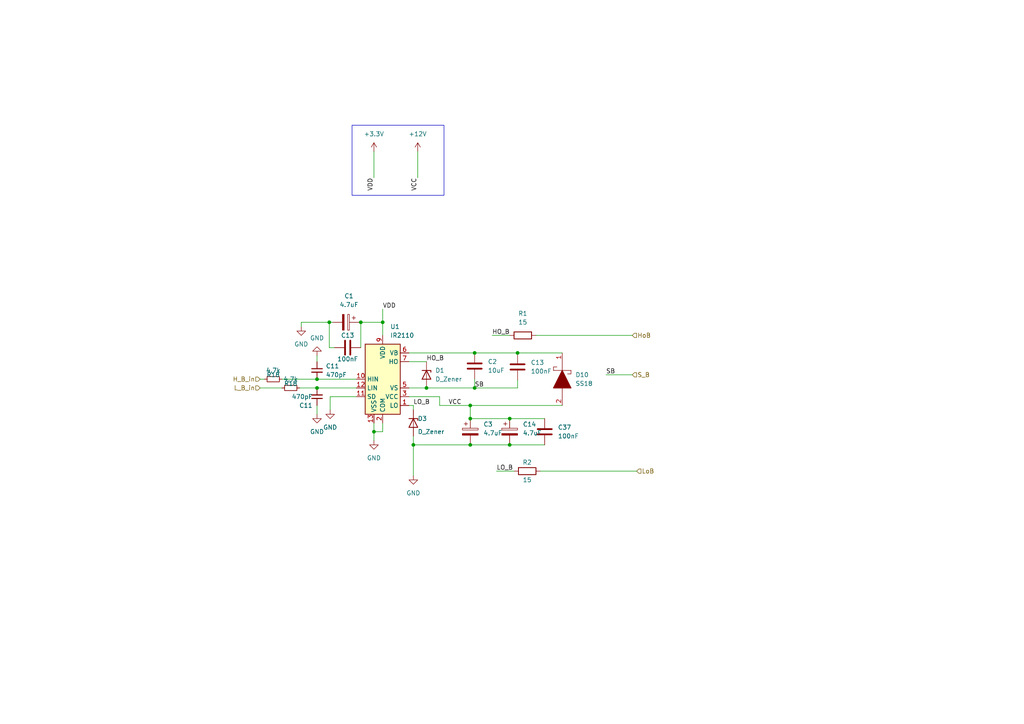
<source format=kicad_sch>
(kicad_sch (version 20230121) (generator eeschema)

  (uuid 4924f0b0-4d3a-448f-9a43-0aba84dfefaf)

  (paper "A4")

  (lib_symbols
    (symbol "Device:C" (pin_numbers hide) (pin_names (offset 0.254)) (in_bom yes) (on_board yes)
      (property "Reference" "C" (at 0.635 2.54 0)
        (effects (font (size 1.27 1.27)) (justify left))
      )
      (property "Value" "C" (at 0.635 -2.54 0)
        (effects (font (size 1.27 1.27)) (justify left))
      )
      (property "Footprint" "" (at 0.9652 -3.81 0)
        (effects (font (size 1.27 1.27)) hide)
      )
      (property "Datasheet" "~" (at 0 0 0)
        (effects (font (size 1.27 1.27)) hide)
      )
      (property "ki_keywords" "cap capacitor" (at 0 0 0)
        (effects (font (size 1.27 1.27)) hide)
      )
      (property "ki_description" "Unpolarized capacitor" (at 0 0 0)
        (effects (font (size 1.27 1.27)) hide)
      )
      (property "ki_fp_filters" "C_*" (at 0 0 0)
        (effects (font (size 1.27 1.27)) hide)
      )
      (symbol "C_0_1"
        (polyline
          (pts
            (xy -2.032 -0.762)
            (xy 2.032 -0.762)
          )
          (stroke (width 0.508) (type default))
          (fill (type none))
        )
        (polyline
          (pts
            (xy -2.032 0.762)
            (xy 2.032 0.762)
          )
          (stroke (width 0.508) (type default))
          (fill (type none))
        )
      )
      (symbol "C_1_1"
        (pin passive line (at 0 3.81 270) (length 2.794)
          (name "~" (effects (font (size 1.27 1.27))))
          (number "1" (effects (font (size 1.27 1.27))))
        )
        (pin passive line (at 0 -3.81 90) (length 2.794)
          (name "~" (effects (font (size 1.27 1.27))))
          (number "2" (effects (font (size 1.27 1.27))))
        )
      )
    )
    (symbol "Device:C_Polarized" (pin_numbers hide) (pin_names (offset 0.254)) (in_bom yes) (on_board yes)
      (property "Reference" "C" (at 0.635 2.54 0)
        (effects (font (size 1.27 1.27)) (justify left))
      )
      (property "Value" "C_Polarized" (at 0.635 -2.54 0)
        (effects (font (size 1.27 1.27)) (justify left))
      )
      (property "Footprint" "" (at 0.9652 -3.81 0)
        (effects (font (size 1.27 1.27)) hide)
      )
      (property "Datasheet" "~" (at 0 0 0)
        (effects (font (size 1.27 1.27)) hide)
      )
      (property "ki_keywords" "cap capacitor" (at 0 0 0)
        (effects (font (size 1.27 1.27)) hide)
      )
      (property "ki_description" "Polarized capacitor" (at 0 0 0)
        (effects (font (size 1.27 1.27)) hide)
      )
      (property "ki_fp_filters" "CP_*" (at 0 0 0)
        (effects (font (size 1.27 1.27)) hide)
      )
      (symbol "C_Polarized_0_1"
        (rectangle (start -2.286 0.508) (end 2.286 1.016)
          (stroke (width 0) (type default))
          (fill (type none))
        )
        (polyline
          (pts
            (xy -1.778 2.286)
            (xy -0.762 2.286)
          )
          (stroke (width 0) (type default))
          (fill (type none))
        )
        (polyline
          (pts
            (xy -1.27 2.794)
            (xy -1.27 1.778)
          )
          (stroke (width 0) (type default))
          (fill (type none))
        )
        (rectangle (start 2.286 -0.508) (end -2.286 -1.016)
          (stroke (width 0) (type default))
          (fill (type outline))
        )
      )
      (symbol "C_Polarized_1_1"
        (pin passive line (at 0 3.81 270) (length 2.794)
          (name "~" (effects (font (size 1.27 1.27))))
          (number "1" (effects (font (size 1.27 1.27))))
        )
        (pin passive line (at 0 -3.81 90) (length 2.794)
          (name "~" (effects (font (size 1.27 1.27))))
          (number "2" (effects (font (size 1.27 1.27))))
        )
      )
    )
    (symbol "Device:C_Small" (pin_numbers hide) (pin_names (offset 0.254) hide) (in_bom yes) (on_board yes)
      (property "Reference" "C" (at 0.254 1.778 0)
        (effects (font (size 1.27 1.27)) (justify left))
      )
      (property "Value" "C_Small" (at 0.254 -2.032 0)
        (effects (font (size 1.27 1.27)) (justify left))
      )
      (property "Footprint" "" (at 0 0 0)
        (effects (font (size 1.27 1.27)) hide)
      )
      (property "Datasheet" "~" (at 0 0 0)
        (effects (font (size 1.27 1.27)) hide)
      )
      (property "ki_keywords" "capacitor cap" (at 0 0 0)
        (effects (font (size 1.27 1.27)) hide)
      )
      (property "ki_description" "Unpolarized capacitor, small symbol" (at 0 0 0)
        (effects (font (size 1.27 1.27)) hide)
      )
      (property "ki_fp_filters" "C_*" (at 0 0 0)
        (effects (font (size 1.27 1.27)) hide)
      )
      (symbol "C_Small_0_1"
        (polyline
          (pts
            (xy -1.524 -0.508)
            (xy 1.524 -0.508)
          )
          (stroke (width 0.3302) (type default))
          (fill (type none))
        )
        (polyline
          (pts
            (xy -1.524 0.508)
            (xy 1.524 0.508)
          )
          (stroke (width 0.3048) (type default))
          (fill (type none))
        )
      )
      (symbol "C_Small_1_1"
        (pin passive line (at 0 2.54 270) (length 2.032)
          (name "~" (effects (font (size 1.27 1.27))))
          (number "1" (effects (font (size 1.27 1.27))))
        )
        (pin passive line (at 0 -2.54 90) (length 2.032)
          (name "~" (effects (font (size 1.27 1.27))))
          (number "2" (effects (font (size 1.27 1.27))))
        )
      )
    )
    (symbol "Device:D_Zener" (pin_numbers hide) (pin_names (offset 1.016) hide) (in_bom yes) (on_board yes)
      (property "Reference" "D" (at 0 2.54 0)
        (effects (font (size 1.27 1.27)))
      )
      (property "Value" "D_Zener" (at 0 -2.54 0)
        (effects (font (size 1.27 1.27)))
      )
      (property "Footprint" "" (at 0 0 0)
        (effects (font (size 1.27 1.27)) hide)
      )
      (property "Datasheet" "~" (at 0 0 0)
        (effects (font (size 1.27 1.27)) hide)
      )
      (property "ki_keywords" "diode" (at 0 0 0)
        (effects (font (size 1.27 1.27)) hide)
      )
      (property "ki_description" "Zener diode" (at 0 0 0)
        (effects (font (size 1.27 1.27)) hide)
      )
      (property "ki_fp_filters" "TO-???* *_Diode_* *SingleDiode* D_*" (at 0 0 0)
        (effects (font (size 1.27 1.27)) hide)
      )
      (symbol "D_Zener_0_1"
        (polyline
          (pts
            (xy 1.27 0)
            (xy -1.27 0)
          )
          (stroke (width 0) (type default))
          (fill (type none))
        )
        (polyline
          (pts
            (xy -1.27 -1.27)
            (xy -1.27 1.27)
            (xy -0.762 1.27)
          )
          (stroke (width 0.254) (type default))
          (fill (type none))
        )
        (polyline
          (pts
            (xy 1.27 -1.27)
            (xy 1.27 1.27)
            (xy -1.27 0)
            (xy 1.27 -1.27)
          )
          (stroke (width 0.254) (type default))
          (fill (type none))
        )
      )
      (symbol "D_Zener_1_1"
        (pin passive line (at -3.81 0 0) (length 2.54)
          (name "K" (effects (font (size 1.27 1.27))))
          (number "1" (effects (font (size 1.27 1.27))))
        )
        (pin passive line (at 3.81 0 180) (length 2.54)
          (name "A" (effects (font (size 1.27 1.27))))
          (number "2" (effects (font (size 1.27 1.27))))
        )
      )
    )
    (symbol "Device:R" (pin_numbers hide) (pin_names (offset 0)) (in_bom yes) (on_board yes)
      (property "Reference" "R" (at 2.032 0 90)
        (effects (font (size 1.27 1.27)))
      )
      (property "Value" "R" (at 0 0 90)
        (effects (font (size 1.27 1.27)))
      )
      (property "Footprint" "" (at -1.778 0 90)
        (effects (font (size 1.27 1.27)) hide)
      )
      (property "Datasheet" "~" (at 0 0 0)
        (effects (font (size 1.27 1.27)) hide)
      )
      (property "ki_keywords" "R res resistor" (at 0 0 0)
        (effects (font (size 1.27 1.27)) hide)
      )
      (property "ki_description" "Resistor" (at 0 0 0)
        (effects (font (size 1.27 1.27)) hide)
      )
      (property "ki_fp_filters" "R_*" (at 0 0 0)
        (effects (font (size 1.27 1.27)) hide)
      )
      (symbol "R_0_1"
        (rectangle (start -1.016 -2.54) (end 1.016 2.54)
          (stroke (width 0.254) (type default))
          (fill (type none))
        )
      )
      (symbol "R_1_1"
        (pin passive line (at 0 3.81 270) (length 1.27)
          (name "~" (effects (font (size 1.27 1.27))))
          (number "1" (effects (font (size 1.27 1.27))))
        )
        (pin passive line (at 0 -3.81 90) (length 1.27)
          (name "~" (effects (font (size 1.27 1.27))))
          (number "2" (effects (font (size 1.27 1.27))))
        )
      )
    )
    (symbol "Device:R_Small" (pin_numbers hide) (pin_names (offset 0.254) hide) (in_bom yes) (on_board yes)
      (property "Reference" "R" (at 0.762 0.508 0)
        (effects (font (size 1.27 1.27)) (justify left))
      )
      (property "Value" "R_Small" (at 0.762 -1.016 0)
        (effects (font (size 1.27 1.27)) (justify left))
      )
      (property "Footprint" "" (at 0 0 0)
        (effects (font (size 1.27 1.27)) hide)
      )
      (property "Datasheet" "~" (at 0 0 0)
        (effects (font (size 1.27 1.27)) hide)
      )
      (property "ki_keywords" "R resistor" (at 0 0 0)
        (effects (font (size 1.27 1.27)) hide)
      )
      (property "ki_description" "Resistor, small symbol" (at 0 0 0)
        (effects (font (size 1.27 1.27)) hide)
      )
      (property "ki_fp_filters" "R_*" (at 0 0 0)
        (effects (font (size 1.27 1.27)) hide)
      )
      (symbol "R_Small_0_1"
        (rectangle (start -0.762 1.778) (end 0.762 -1.778)
          (stroke (width 0.2032) (type default))
          (fill (type none))
        )
      )
      (symbol "R_Small_1_1"
        (pin passive line (at 0 2.54 270) (length 0.762)
          (name "~" (effects (font (size 1.27 1.27))))
          (number "1" (effects (font (size 1.27 1.27))))
        )
        (pin passive line (at 0 -2.54 90) (length 0.762)
          (name "~" (effects (font (size 1.27 1.27))))
          (number "2" (effects (font (size 1.27 1.27))))
        )
      )
    )
    (symbol "Driver_FET:IR2110" (in_bom yes) (on_board yes)
      (property "Reference" "U" (at 1.27 13.335 0)
        (effects (font (size 1.27 1.27)) (justify left))
      )
      (property "Value" "IR2110" (at 1.27 11.43 0)
        (effects (font (size 1.27 1.27)) (justify left))
      )
      (property "Footprint" "Package_DIP:DIP-14_W7.62mm" (at 0 0 0)
        (effects (font (size 1.27 1.27) italic) hide)
      )
      (property "Datasheet" "https://www.infineon.com/dgdl/ir2110.pdf?fileId=5546d462533600a4015355c80333167e" (at 0 0 0)
        (effects (font (size 1.27 1.27)) hide)
      )
      (property "ki_keywords" "Gate Driver" (at 0 0 0)
        (effects (font (size 1.27 1.27)) hide)
      )
      (property "ki_description" "High and Low Side Driver, 500V, 2.0/2.0A, PDIP-14" (at 0 0 0)
        (effects (font (size 1.27 1.27)) hide)
      )
      (property "ki_fp_filters" "DIP*W7.62mm*" (at 0 0 0)
        (effects (font (size 1.27 1.27)) hide)
      )
      (symbol "IR2110_0_1"
        (rectangle (start -5.08 -10.16) (end 5.08 10.16)
          (stroke (width 0.254) (type default))
          (fill (type background))
        )
      )
      (symbol "IR2110_1_1"
        (pin output line (at 7.62 -7.62 180) (length 2.54)
          (name "LO" (effects (font (size 1.27 1.27))))
          (number "1" (effects (font (size 1.27 1.27))))
        )
        (pin input line (at -7.62 0 0) (length 2.54)
          (name "HIN" (effects (font (size 1.27 1.27))))
          (number "10" (effects (font (size 1.27 1.27))))
        )
        (pin input line (at -7.62 -5.08 0) (length 2.54)
          (name "SD" (effects (font (size 1.27 1.27))))
          (number "11" (effects (font (size 1.27 1.27))))
        )
        (pin input line (at -7.62 -2.54 0) (length 2.54)
          (name "LIN" (effects (font (size 1.27 1.27))))
          (number "12" (effects (font (size 1.27 1.27))))
        )
        (pin power_in line (at -2.54 -12.7 90) (length 2.54)
          (name "VSS" (effects (font (size 1.27 1.27))))
          (number "13" (effects (font (size 1.27 1.27))))
        )
        (pin no_connect line (at -5.08 2.54 0) (length 2.54) hide
          (name "NC" (effects (font (size 1.27 1.27))))
          (number "14" (effects (font (size 1.27 1.27))))
        )
        (pin power_in line (at 0 -12.7 90) (length 2.54)
          (name "COM" (effects (font (size 1.27 1.27))))
          (number "2" (effects (font (size 1.27 1.27))))
        )
        (pin power_in line (at 7.62 -5.08 180) (length 2.54)
          (name "VCC" (effects (font (size 1.27 1.27))))
          (number "3" (effects (font (size 1.27 1.27))))
        )
        (pin no_connect line (at -5.08 7.62 0) (length 2.54) hide
          (name "NC" (effects (font (size 1.27 1.27))))
          (number "4" (effects (font (size 1.27 1.27))))
        )
        (pin passive line (at 7.62 -2.54 180) (length 2.54)
          (name "VS" (effects (font (size 1.27 1.27))))
          (number "5" (effects (font (size 1.27 1.27))))
        )
        (pin passive line (at 7.62 7.62 180) (length 2.54)
          (name "VB" (effects (font (size 1.27 1.27))))
          (number "6" (effects (font (size 1.27 1.27))))
        )
        (pin output line (at 7.62 5.08 180) (length 2.54)
          (name "HO" (effects (font (size 1.27 1.27))))
          (number "7" (effects (font (size 1.27 1.27))))
        )
        (pin no_connect line (at -5.08 5.08 0) (length 2.54) hide
          (name "NC" (effects (font (size 1.27 1.27))))
          (number "8" (effects (font (size 1.27 1.27))))
        )
        (pin power_in line (at 0 12.7 270) (length 2.54)
          (name "VDD" (effects (font (size 1.27 1.27))))
          (number "9" (effects (font (size 1.27 1.27))))
        )
      )
    )
    (symbol "SamacSys_Parts:SS18" (pin_names (offset 0.762)) (in_bom yes) (on_board yes)
      (property "Reference" "D" (at 12.7 8.89 0)
        (effects (font (size 1.27 1.27)) (justify left))
      )
      (property "Value" "SS18" (at 12.7 6.35 0)
        (effects (font (size 1.27 1.27)) (justify left))
      )
      (property "Footprint" "DIOM5227X270N" (at 12.7 3.81 0)
        (effects (font (size 1.27 1.27)) (justify left) hide)
      )
      (property "Datasheet" "https://componentsearchengine.com/Datasheets/2/SS18.pdf" (at 12.7 1.27 0)
        (effects (font (size 1.27 1.27)) (justify left) hide)
      )
      (property "Description" "Schottky Diodes & Rectifiers 1a 80V Rectifier Schottky Barrier" (at 12.7 -1.27 0)
        (effects (font (size 1.27 1.27)) (justify left) hide)
      )
      (property "Height" "2.7" (at 12.7 -3.81 0)
        (effects (font (size 1.27 1.27)) (justify left) hide)
      )
      (property "Manufacturer_Name" "onsemi" (at 12.7 -6.35 0)
        (effects (font (size 1.27 1.27)) (justify left) hide)
      )
      (property "Manufacturer_Part_Number" "SS18" (at 12.7 -8.89 0)
        (effects (font (size 1.27 1.27)) (justify left) hide)
      )
      (property "Mouser Part Number" "512-SS18" (at 12.7 -11.43 0)
        (effects (font (size 1.27 1.27)) (justify left) hide)
      )
      (property "Mouser Price/Stock" "https://www.mouser.co.uk/ProductDetail/onsemi-Fairchild/SS18?qs=mVVXn4M53U%252B25aMJheuSLA%3D%3D" (at 12.7 -13.97 0)
        (effects (font (size 1.27 1.27)) (justify left) hide)
      )
      (property "Arrow Part Number" "SS18" (at 12.7 -16.51 0)
        (effects (font (size 1.27 1.27)) (justify left) hide)
      )
      (property "Arrow Price/Stock" "https://www.arrow.com/en/products/ss18/on-semiconductor?region=nac" (at 12.7 -19.05 0)
        (effects (font (size 1.27 1.27)) (justify left) hide)
      )
      (property "ki_description" "Schottky Diodes & Rectifiers 1a 80V Rectifier Schottky Barrier" (at 0 0 0)
        (effects (font (size 1.27 1.27)) hide)
      )
      (symbol "SS18_0_0"
        (pin passive line (at 2.54 0 0) (length 2.54)
          (name "~" (effects (font (size 1.27 1.27))))
          (number "1" (effects (font (size 1.27 1.27))))
        )
        (pin passive line (at 17.78 0 180) (length 2.54)
          (name "~" (effects (font (size 1.27 1.27))))
          (number "2" (effects (font (size 1.27 1.27))))
        )
      )
      (symbol "SS18_0_1"
        (polyline
          (pts
            (xy 5.08 0)
            (xy 7.62 0)
          )
          (stroke (width 0.1524) (type solid))
          (fill (type none))
        )
        (polyline
          (pts
            (xy 7.62 2.54)
            (xy 7.62 -2.54)
          )
          (stroke (width 0.1524) (type solid))
          (fill (type none))
        )
        (polyline
          (pts
            (xy 12.7 0)
            (xy 15.24 0)
          )
          (stroke (width 0.1524) (type solid))
          (fill (type none))
        )
        (polyline
          (pts
            (xy 7.62 -2.54)
            (xy 6.604 -2.54)
            (xy 6.604 -1.524)
          )
          (stroke (width 0.1524) (type solid))
          (fill (type none))
        )
        (polyline
          (pts
            (xy 7.62 2.54)
            (xy 8.636 2.54)
            (xy 8.636 1.524)
          )
          (stroke (width 0.1524) (type solid))
          (fill (type none))
        )
        (polyline
          (pts
            (xy 7.62 0)
            (xy 12.7 2.54)
            (xy 12.7 -2.54)
            (xy 7.62 0)
          )
          (stroke (width 0.254) (type solid))
          (fill (type outline))
        )
      )
    )
    (symbol "power:+12V" (power) (pin_names (offset 0)) (in_bom yes) (on_board yes)
      (property "Reference" "#PWR" (at 0 -3.81 0)
        (effects (font (size 1.27 1.27)) hide)
      )
      (property "Value" "+12V" (at 0 3.556 0)
        (effects (font (size 1.27 1.27)))
      )
      (property "Footprint" "" (at 0 0 0)
        (effects (font (size 1.27 1.27)) hide)
      )
      (property "Datasheet" "" (at 0 0 0)
        (effects (font (size 1.27 1.27)) hide)
      )
      (property "ki_keywords" "global power" (at 0 0 0)
        (effects (font (size 1.27 1.27)) hide)
      )
      (property "ki_description" "Power symbol creates a global label with name \"+12V\"" (at 0 0 0)
        (effects (font (size 1.27 1.27)) hide)
      )
      (symbol "+12V_0_1"
        (polyline
          (pts
            (xy -0.762 1.27)
            (xy 0 2.54)
          )
          (stroke (width 0) (type default))
          (fill (type none))
        )
        (polyline
          (pts
            (xy 0 0)
            (xy 0 2.54)
          )
          (stroke (width 0) (type default))
          (fill (type none))
        )
        (polyline
          (pts
            (xy 0 2.54)
            (xy 0.762 1.27)
          )
          (stroke (width 0) (type default))
          (fill (type none))
        )
      )
      (symbol "+12V_1_1"
        (pin power_in line (at 0 0 90) (length 0) hide
          (name "+12V" (effects (font (size 1.27 1.27))))
          (number "1" (effects (font (size 1.27 1.27))))
        )
      )
    )
    (symbol "power:+3.3V" (power) (pin_names (offset 0)) (in_bom yes) (on_board yes)
      (property "Reference" "#PWR" (at 0 -3.81 0)
        (effects (font (size 1.27 1.27)) hide)
      )
      (property "Value" "+3.3V" (at 0 3.556 0)
        (effects (font (size 1.27 1.27)))
      )
      (property "Footprint" "" (at 0 0 0)
        (effects (font (size 1.27 1.27)) hide)
      )
      (property "Datasheet" "" (at 0 0 0)
        (effects (font (size 1.27 1.27)) hide)
      )
      (property "ki_keywords" "global power" (at 0 0 0)
        (effects (font (size 1.27 1.27)) hide)
      )
      (property "ki_description" "Power symbol creates a global label with name \"+3.3V\"" (at 0 0 0)
        (effects (font (size 1.27 1.27)) hide)
      )
      (symbol "+3.3V_0_1"
        (polyline
          (pts
            (xy -0.762 1.27)
            (xy 0 2.54)
          )
          (stroke (width 0) (type default))
          (fill (type none))
        )
        (polyline
          (pts
            (xy 0 0)
            (xy 0 2.54)
          )
          (stroke (width 0) (type default))
          (fill (type none))
        )
        (polyline
          (pts
            (xy 0 2.54)
            (xy 0.762 1.27)
          )
          (stroke (width 0) (type default))
          (fill (type none))
        )
      )
      (symbol "+3.3V_1_1"
        (pin power_in line (at 0 0 90) (length 0) hide
          (name "+3.3V" (effects (font (size 1.27 1.27))))
          (number "1" (effects (font (size 1.27 1.27))))
        )
      )
    )
    (symbol "power:GND" (power) (pin_names (offset 0)) (in_bom yes) (on_board yes)
      (property "Reference" "#PWR" (at 0 -6.35 0)
        (effects (font (size 1.27 1.27)) hide)
      )
      (property "Value" "GND" (at 0 -3.81 0)
        (effects (font (size 1.27 1.27)))
      )
      (property "Footprint" "" (at 0 0 0)
        (effects (font (size 1.27 1.27)) hide)
      )
      (property "Datasheet" "" (at 0 0 0)
        (effects (font (size 1.27 1.27)) hide)
      )
      (property "ki_keywords" "global power" (at 0 0 0)
        (effects (font (size 1.27 1.27)) hide)
      )
      (property "ki_description" "Power symbol creates a global label with name \"GND\" , ground" (at 0 0 0)
        (effects (font (size 1.27 1.27)) hide)
      )
      (symbol "GND_0_1"
        (polyline
          (pts
            (xy 0 0)
            (xy 0 -1.27)
            (xy 1.27 -1.27)
            (xy 0 -2.54)
            (xy -1.27 -1.27)
            (xy 0 -1.27)
          )
          (stroke (width 0) (type default))
          (fill (type none))
        )
      )
      (symbol "GND_1_1"
        (pin power_in line (at 0 0 270) (length 0) hide
          (name "GND" (effects (font (size 1.27 1.27))))
          (number "1" (effects (font (size 1.27 1.27))))
        )
      )
    )
  )

  (junction (at 136.398 117.602) (diameter 0) (color 0 0 0 0)
    (uuid 2334c7f0-f89d-412f-af63-9ef35386790e)
  )
  (junction (at 91.948 112.522) (diameter 0) (color 0 0 0 0)
    (uuid 50a7dd4a-6ebb-489e-9bef-5086cbab1782)
  )
  (junction (at 123.698 112.522) (diameter 0) (color 0 0 0 0)
    (uuid 58599694-5f05-462a-9440-2381c4850030)
  )
  (junction (at 91.948 109.982) (diameter 0) (color 0 0 0 0)
    (uuid 5dd233be-04ef-4277-8b4a-c4c06da9d1c0)
  )
  (junction (at 150.114 102.362) (diameter 0) (color 0 0 0 0)
    (uuid 5ebf51ab-56e7-432d-add1-1cfc213948f9)
  )
  (junction (at 95.504 93.472) (diameter 0) (color 0 0 0 0)
    (uuid 6fdf2005-cb6f-46c3-8000-9e245a66346a)
  )
  (junction (at 137.668 102.362) (diameter 0) (color 0 0 0 0)
    (uuid 754fbaa9-7bed-41f8-b6e6-e41a36459fe1)
  )
  (junction (at 136.398 129.032) (diameter 0) (color 0 0 0 0)
    (uuid 845c697c-c1b9-456b-a17f-c42eb071cee7)
  )
  (junction (at 147.828 121.412) (diameter 0) (color 0 0 0 0)
    (uuid a183cf7b-f202-4dc3-b45b-d2cdd70fdfc3)
  )
  (junction (at 108.458 125.222) (diameter 0) (color 0 0 0 0)
    (uuid ab56d683-fe2b-4acd-accf-2afc4415dda8)
  )
  (junction (at 110.998 93.472) (diameter 0) (color 0 0 0 0)
    (uuid b5cd72fc-16b4-46e5-9a58-a4bf2bc195dc)
  )
  (junction (at 136.398 121.412) (diameter 0) (color 0 0 0 0)
    (uuid c1bba352-1c09-4f42-b463-6e904dee5120)
  )
  (junction (at 147.828 129.032) (diameter 0) (color 0 0 0 0)
    (uuid c22b00e7-1385-46e8-bca2-2ec68c6d2eab)
  )
  (junction (at 119.888 129.032) (diameter 0) (color 0 0 0 0)
    (uuid ccf5b36e-fb14-47d6-9b0b-9fa8bf91babf)
  )
  (junction (at 104.648 93.472) (diameter 0) (color 0 0 0 0)
    (uuid efe5a13b-6678-4c21-9475-cc5aa9b34232)
  )
  (junction (at 137.668 112.522) (diameter 0) (color 0 0 0 0)
    (uuid f2476daf-4626-47a0-9f2b-e906e147cc5b)
  )

  (wire (pts (xy 118.618 112.522) (xy 123.698 112.522))
    (stroke (width 0) (type default))
    (uuid 17d2b600-d972-4955-82cf-0a8599fa4137)
  )
  (wire (pts (xy 119.888 126.492) (xy 119.888 129.032))
    (stroke (width 0) (type default))
    (uuid 1855d458-b602-44a0-9ee6-f2f94ae6b485)
  )
  (wire (pts (xy 137.668 102.362) (xy 150.114 102.362))
    (stroke (width 0) (type default))
    (uuid 19baf015-6d47-45d1-8c1d-d205eac01cdf)
  )
  (wire (pts (xy 119.888 129.032) (xy 136.398 129.032))
    (stroke (width 0) (type default))
    (uuid 1f339cad-f080-4299-a34f-094a573cb91a)
  )
  (wire (pts (xy 75.438 109.982) (xy 76.708 109.982))
    (stroke (width 0) (type default))
    (uuid 245bf6e5-259c-4f49-a71b-9882b655848e)
  )
  (wire (pts (xy 110.998 122.682) (xy 110.998 125.222))
    (stroke (width 0) (type default))
    (uuid 282ef20d-53ac-4b91-8ebb-d792cc10c4e1)
  )
  (wire (pts (xy 104.648 100.838) (xy 104.648 93.472))
    (stroke (width 0) (type default))
    (uuid 286aa1d7-bd12-4fdc-a8f1-038d19eb3de8)
  )
  (wire (pts (xy 155.448 97.282) (xy 183.388 97.282))
    (stroke (width 0) (type default))
    (uuid 328ca054-22b1-4c1d-a2a8-c01deefddac3)
  )
  (wire (pts (xy 110.998 89.662) (xy 110.998 93.472))
    (stroke (width 0) (type default))
    (uuid 34352458-7492-4a09-93c5-d3c2ec1a802e)
  )
  (wire (pts (xy 144.018 136.652) (xy 149.098 136.652))
    (stroke (width 0) (type default))
    (uuid 369ffb8a-ec28-4a83-839b-7953b2ff2a68)
  )
  (wire (pts (xy 95.504 93.472) (xy 87.376 93.472))
    (stroke (width 0) (type default))
    (uuid 371c73ae-66ed-4549-ae91-213a1ea060ac)
  )
  (wire (pts (xy 118.618 102.362) (xy 137.668 102.362))
    (stroke (width 0) (type default))
    (uuid 3b1d7803-2b8f-4a0d-a8a2-ddc261e33d90)
  )
  (wire (pts (xy 119.888 129.032) (xy 119.888 137.922))
    (stroke (width 0) (type default))
    (uuid 3f3c752c-4193-47e9-b0e3-f7eb095f7817)
  )
  (wire (pts (xy 75.438 112.522) (xy 81.788 112.522))
    (stroke (width 0) (type default))
    (uuid 425e5f0c-8d8c-498a-bc0b-13557d92f1f2)
  )
  (wire (pts (xy 95.504 100.838) (xy 95.504 93.472))
    (stroke (width 0) (type default))
    (uuid 45088e3f-fc74-425d-81d9-7a3d904d7789)
  )
  (wire (pts (xy 119.888 118.872) (xy 119.888 117.602))
    (stroke (width 0) (type default))
    (uuid 455f5057-642e-4278-9107-c8596b07ba60)
  )
  (wire (pts (xy 118.618 115.062) (xy 127.508 115.062))
    (stroke (width 0) (type default))
    (uuid 47ceacf1-655e-48c4-85d7-aeb95b05e3d8)
  )
  (wire (pts (xy 108.458 43.942) (xy 108.458 51.562))
    (stroke (width 0) (type default))
    (uuid 4f01121b-2afd-43c7-aebd-17f35ae65460)
  )
  (wire (pts (xy 95.758 115.062) (xy 103.378 115.062))
    (stroke (width 0) (type default))
    (uuid 5d2cf145-6cbf-4c57-b80e-63794a15fbd9)
  )
  (wire (pts (xy 97.028 100.838) (xy 95.504 100.838))
    (stroke (width 0) (type default))
    (uuid 61a2191b-cb54-43e9-870a-f8bfd8b91e4c)
  )
  (wire (pts (xy 136.398 117.602) (xy 136.398 121.412))
    (stroke (width 0) (type default))
    (uuid 66a9ca59-dac2-4396-8608-b99a3fc388af)
  )
  (wire (pts (xy 81.788 109.982) (xy 91.948 109.982))
    (stroke (width 0) (type default))
    (uuid 70d8e725-2f4c-479c-8258-8dca6507d846)
  )
  (wire (pts (xy 121.158 43.942) (xy 121.158 51.562))
    (stroke (width 0) (type default))
    (uuid 7423caf6-2995-4383-8966-c63b7aebb72d)
  )
  (wire (pts (xy 96.52 93.472) (xy 95.504 93.472))
    (stroke (width 0) (type default))
    (uuid 74710abc-7e83-4cf7-be23-576f005557bd)
  )
  (wire (pts (xy 142.748 97.282) (xy 147.828 97.282))
    (stroke (width 0) (type default))
    (uuid 74d44a89-286d-4531-8ffc-2c5f95d822bb)
  )
  (wire (pts (xy 118.618 104.902) (xy 123.698 104.902))
    (stroke (width 0) (type default))
    (uuid 75089519-0181-49e4-909f-1f5d7bc5562c)
  )
  (wire (pts (xy 123.698 112.522) (xy 137.668 112.522))
    (stroke (width 0) (type default))
    (uuid 7a03f990-efe8-488f-aae3-606267f994eb)
  )
  (wire (pts (xy 91.948 109.982) (xy 103.378 109.982))
    (stroke (width 0) (type default))
    (uuid 7f20ff81-8081-49d7-bcf8-54ee89a1ca22)
  )
  (wire (pts (xy 136.398 129.032) (xy 147.828 129.032))
    (stroke (width 0) (type default))
    (uuid 825e3ccb-7fb2-4c45-8b1e-2e711163be4a)
  )
  (wire (pts (xy 150.114 102.616) (xy 150.114 102.362))
    (stroke (width 0) (type default))
    (uuid 8446ab98-db1e-46d7-b597-508fc3e90be9)
  )
  (wire (pts (xy 91.948 112.522) (xy 103.378 112.522))
    (stroke (width 0) (type default))
    (uuid 859b2049-accd-485c-970f-0a8ced637c11)
  )
  (wire (pts (xy 175.768 108.712) (xy 183.388 108.712))
    (stroke (width 0) (type default))
    (uuid 887ab899-af32-4467-a0a7-53aafaa31d06)
  )
  (wire (pts (xy 91.948 120.142) (xy 91.948 117.602))
    (stroke (width 0) (type default))
    (uuid 8d0c7acd-63df-42ef-bf86-949a0859f420)
  )
  (wire (pts (xy 156.718 136.652) (xy 184.658 136.652))
    (stroke (width 0) (type default))
    (uuid 94fcc1f1-91d1-4085-8faa-410a1cb07509)
  )
  (wire (pts (xy 110.998 93.472) (xy 110.998 97.282))
    (stroke (width 0) (type default))
    (uuid 963ec2d4-7dae-4d1c-940e-efbe6f3e1c56)
  )
  (wire (pts (xy 87.376 93.472) (xy 87.376 94.742))
    (stroke (width 0) (type default))
    (uuid 9898abe1-0f37-41a9-92ec-4867d557724f)
  )
  (wire (pts (xy 91.948 103.124) (xy 91.948 104.902))
    (stroke (width 0) (type default))
    (uuid 9b4a639f-4480-4bba-aa8a-8f411ebe5e55)
  )
  (wire (pts (xy 127.508 117.602) (xy 127.508 115.062))
    (stroke (width 0) (type default))
    (uuid a4b6482f-f67c-4e7f-aaa0-0726f18bdc7e)
  )
  (wire (pts (xy 108.458 122.682) (xy 108.458 125.222))
    (stroke (width 0) (type default))
    (uuid b3095e64-b4fd-4449-a818-7aa00a0ac929)
  )
  (wire (pts (xy 110.998 125.222) (xy 108.458 125.222))
    (stroke (width 0) (type default))
    (uuid c0e5097b-fd41-43a5-ba2a-23eb594a13fe)
  )
  (wire (pts (xy 108.458 125.222) (xy 108.458 127.762))
    (stroke (width 0) (type default))
    (uuid c4522f7a-03e3-4435-bbb8-52fb31f9470a)
  )
  (wire (pts (xy 136.398 117.602) (xy 163.068 117.602))
    (stroke (width 0) (type default))
    (uuid c607b523-0cf9-43e4-b31c-1d9d3b501e2a)
  )
  (wire (pts (xy 150.114 102.362) (xy 163.068 102.362))
    (stroke (width 0) (type default))
    (uuid ce6f671a-85e4-4cd0-8798-5f692c29b89d)
  )
  (wire (pts (xy 127.508 117.602) (xy 136.398 117.602))
    (stroke (width 0) (type default))
    (uuid d48e05ee-15b3-4836-907e-0d0594901983)
  )
  (wire (pts (xy 136.398 121.412) (xy 147.828 121.412))
    (stroke (width 0) (type default))
    (uuid d573f085-5a95-4f3a-94a4-7208046277a6)
  )
  (wire (pts (xy 150.114 110.236) (xy 150.114 112.522))
    (stroke (width 0) (type default))
    (uuid d75eaf33-b54d-4321-84b8-8113cc0e67ad)
  )
  (wire (pts (xy 95.758 115.062) (xy 95.758 118.872))
    (stroke (width 0) (type default))
    (uuid db21a27b-c657-44cb-94cd-c229e444da2f)
  )
  (wire (pts (xy 119.888 117.602) (xy 118.618 117.602))
    (stroke (width 0) (type default))
    (uuid eb7d51fb-42c2-4f4d-ab37-5c9d70d08d2b)
  )
  (wire (pts (xy 137.668 109.982) (xy 137.668 112.522))
    (stroke (width 0) (type default))
    (uuid ed022f21-4088-4952-912c-02e0ec893b1a)
  )
  (wire (pts (xy 137.668 112.522) (xy 150.114 112.522))
    (stroke (width 0) (type default))
    (uuid ed4e9511-8826-45e4-b8e4-4b7af7821ac3)
  )
  (wire (pts (xy 86.868 112.522) (xy 91.948 112.522))
    (stroke (width 0) (type default))
    (uuid f0d62c64-ddf1-4d01-88fd-98a5370ff6ce)
  )
  (wire (pts (xy 104.648 93.472) (xy 110.998 93.472))
    (stroke (width 0) (type default))
    (uuid f106a7c6-f24a-4d00-9f5f-3f29cdcba986)
  )
  (wire (pts (xy 147.828 129.032) (xy 157.988 129.032))
    (stroke (width 0) (type default))
    (uuid f3848d62-83c3-472c-b029-754733e08fb1)
  )
  (wire (pts (xy 147.828 121.412) (xy 157.988 121.412))
    (stroke (width 0) (type default))
    (uuid fb238a7a-6197-4cf7-b2a2-be480b550752)
  )
  (wire (pts (xy 104.14 93.472) (xy 104.648 93.472))
    (stroke (width 0) (type default))
    (uuid feaeae2c-fabb-44fb-81d5-608a3ab07e89)
  )

  (rectangle (start 102.108 36.322) (end 128.778 56.642)
    (stroke (width 0) (type default))
    (fill (type none))
    (uuid 4a7fbf05-ae23-40bd-bfa5-0a1e984a6ffa)
  )

  (label "SB" (at 137.668 112.522 0) (fields_autoplaced)
    (effects (font (size 1.27 1.27)) (justify left bottom))
    (uuid 19f1823d-8ab2-487a-86f1-830425f30e2f)
  )
  (label "LO_B" (at 119.888 117.602 0) (fields_autoplaced)
    (effects (font (size 1.27 1.27)) (justify left bottom))
    (uuid 2d93722f-f567-4d77-8950-a8f18b11e81d)
  )
  (label "HO_B" (at 123.698 104.902 0) (fields_autoplaced)
    (effects (font (size 1.27 1.27)) (justify left bottom))
    (uuid 2fc255c5-4c0d-465b-b04d-e1b280853327)
  )
  (label "SB" (at 175.768 108.712 0) (fields_autoplaced)
    (effects (font (size 1.27 1.27)) (justify left bottom))
    (uuid 2ff7a442-7fa8-44e5-82f4-e28a8ca7b145)
  )
  (label "VDD" (at 110.998 89.662 0) (fields_autoplaced)
    (effects (font (size 1.27 1.27)) (justify left bottom))
    (uuid 4fe32cda-5ff4-43c2-8006-ef08c29825a1)
  )
  (label "VCC" (at 130.048 117.602 0) (fields_autoplaced)
    (effects (font (size 1.27 1.27)) (justify left bottom))
    (uuid 59d1ae7f-77c0-4608-b122-d437c81fdccb)
  )
  (label "VCC" (at 121.158 51.562 270) (fields_autoplaced)
    (effects (font (size 1.27 1.27)) (justify right bottom))
    (uuid 8da31045-8ea8-4f0d-b4a0-86b6eb19f658)
  )
  (label "LO_B" (at 144.018 136.652 0) (fields_autoplaced)
    (effects (font (size 1.27 1.27)) (justify left bottom))
    (uuid a7ca1b43-f19e-4b2e-91d1-e2827cf41f93)
  )
  (label "HO_B" (at 142.748 97.282 0) (fields_autoplaced)
    (effects (font (size 1.27 1.27)) (justify left bottom))
    (uuid c3dba59b-bf6c-480e-bdc4-48b64741a6b8)
  )
  (label "VDD" (at 108.458 51.562 270) (fields_autoplaced)
    (effects (font (size 1.27 1.27)) (justify right bottom))
    (uuid f7b869f7-1ef0-44f2-8f74-aeb77696c6b9)
  )

  (hierarchical_label "S_B" (shape input) (at 183.388 108.712 0) (fields_autoplaced)
    (effects (font (size 1.27 1.27)) (justify left))
    (uuid 02d36066-f4c3-4345-8052-c996bf41e770)
  )
  (hierarchical_label "HoB" (shape input) (at 183.388 97.282 0) (fields_autoplaced)
    (effects (font (size 1.27 1.27)) (justify left))
    (uuid 0c71c378-3db2-4e7b-ac20-3de9cd530db6)
  )
  (hierarchical_label "H_B_in" (shape input) (at 75.438 109.982 180) (fields_autoplaced)
    (effects (font (size 1.27 1.27)) (justify right))
    (uuid 9b591a72-515b-436d-8b6c-fe1f5cf66bac)
  )
  (hierarchical_label "LoB" (shape input) (at 184.658 136.652 0) (fields_autoplaced)
    (effects (font (size 1.27 1.27)) (justify left))
    (uuid ca2f7f1c-0d6c-4ace-98d7-69fb1057b4e0)
  )
  (hierarchical_label "L_B_in" (shape input) (at 75.438 112.522 180) (fields_autoplaced)
    (effects (font (size 1.27 1.27)) (justify right))
    (uuid f0430d43-4e53-4041-ab12-83e305d1313a)
  )

  (symbol (lib_id "Device:C_Small") (at 91.948 115.062 180) (unit 1)
    (in_bom yes) (on_board yes) (dnp no)
    (uuid 03813f67-2a67-4dbb-af47-6934fdb53983)
    (property "Reference" "C11" (at 90.678 117.602 0)
      (effects (font (size 1.27 1.27)) (justify left))
    )
    (property "Value" "470pF" (at 90.678 115.062 0)
      (effects (font (size 1.27 1.27)) (justify left))
    )
    (property "Footprint" "Capacitor_SMD:C_0805_2012Metric_Pad1.18x1.45mm_HandSolder" (at 91.948 115.062 0)
      (effects (font (size 1.27 1.27)) hide)
    )
    (property "Datasheet" "~" (at 91.948 115.062 0)
      (effects (font (size 1.27 1.27)) hide)
    )
    (pin "1" (uuid 8a0007fb-0591-40f4-ad56-9f366c7197b7))
    (pin "2" (uuid 661e0580-c7c2-4f9d-9a61-3bdec4f1a7cd))
    (instances
      (project "ir2110_2"
        (path "/0d6bc77c-6981-4a1d-87bc-da574a090790"
          (reference "C11") (unit 1)
        )
      )
      (project "ir2110_schematic"
        (path "/12eff5cc-cd10-4544-bdce-879319851b2e/50a43548-e408-42b5-a886-4b04cceabc0e"
          (reference "C11") (unit 1)
        )
        (path "/12eff5cc-cd10-4544-bdce-879319851b2e/b453a6ee-8187-4733-906f-09e67d4ae9d9"
          (reference "C10") (unit 1)
        )
      )
      (project "controller_full6"
        (path "/3c3ae94a-eb39-4fa8-93aa-1a47bef57ada/dc6c0f69-f9bb-4460-af65-ef6c48d5970f"
          (reference "C14") (unit 1)
        )
      )
    )
  )

  (symbol (lib_id "Device:C_Polarized") (at 136.398 125.222 0) (unit 1)
    (in_bom yes) (on_board yes) (dnp no) (fields_autoplaced)
    (uuid 06547d7b-47b0-45ee-b720-21e562c4a44a)
    (property "Reference" "C3" (at 140.208 123.063 0)
      (effects (font (size 1.27 1.27)) (justify left))
    )
    (property "Value" "4.7uF" (at 140.208 125.603 0)
      (effects (font (size 1.27 1.27)) (justify left))
    )
    (property "Footprint" "Capacitor_THT:CP_Radial_D5.0mm_P2.50mm" (at 137.3632 129.032 0)
      (effects (font (size 1.27 1.27)) hide)
    )
    (property "Datasheet" "~" (at 136.398 125.222 0)
      (effects (font (size 1.27 1.27)) hide)
    )
    (pin "1" (uuid 7804eec9-2b7a-471e-b149-a6e2acff05bf))
    (pin "2" (uuid f9011d27-15f0-4d2a-a4d3-dcecc6215729))
    (instances
      (project "ir2110_2"
        (path "/0d6bc77c-6981-4a1d-87bc-da574a090790"
          (reference "C3") (unit 1)
        )
      )
      (project "ir2110_schematic"
        (path "/12eff5cc-cd10-4544-bdce-879319851b2e/50a43548-e408-42b5-a886-4b04cceabc0e"
          (reference "C3") (unit 1)
        )
        (path "/12eff5cc-cd10-4544-bdce-879319851b2e/b453a6ee-8187-4733-906f-09e67d4ae9d9"
          (reference "C12") (unit 1)
        )
      )
      (project "controller_full6"
        (path "/3c3ae94a-eb39-4fa8-93aa-1a47bef57ada/dc6c0f69-f9bb-4460-af65-ef6c48d5970f"
          (reference "C16") (unit 1)
        )
      )
    )
  )

  (symbol (lib_id "Device:C") (at 100.838 100.838 90) (unit 1)
    (in_bom yes) (on_board yes) (dnp no)
    (uuid 06df2bf7-cf7e-442f-bcfb-b4f195e11416)
    (property "Reference" "C13" (at 100.838 97.282 90)
      (effects (font (size 1.27 1.27)))
    )
    (property "Value" "100nF" (at 100.838 104.14 90)
      (effects (font (size 1.27 1.27)))
    )
    (property "Footprint" "Capacitor_SMD:C_0805_2012Metric_Pad1.18x1.45mm_HandSolder" (at 104.648 99.8728 0)
      (effects (font (size 1.27 1.27)) hide)
    )
    (property "Datasheet" "~" (at 100.838 100.838 0)
      (effects (font (size 1.27 1.27)) hide)
    )
    (pin "1" (uuid c9ae9714-4242-4e6e-a9da-bbe3a5f683e7))
    (pin "2" (uuid 16af8b96-c942-42b6-833d-6880a374521f))
    (instances
      (project "ir2110_2"
        (path "/0d6bc77c-6981-4a1d-87bc-da574a090790"
          (reference "C13") (unit 1)
        )
      )
      (project "ir2110_schematic"
        (path "/12eff5cc-cd10-4544-bdce-879319851b2e/50a43548-e408-42b5-a886-4b04cceabc0e"
          (reference "C13") (unit 1)
        )
        (path "/12eff5cc-cd10-4544-bdce-879319851b2e/b453a6ee-8187-4733-906f-09e67d4ae9d9"
          (reference "C15") (unit 1)
        )
      )
      (project "controller_full6"
        (path "/3c3ae94a-eb39-4fa8-93aa-1a47bef57ada/dc6c0f69-f9bb-4460-af65-ef6c48d5970f"
          (reference "C19") (unit 1)
        )
      )
    )
  )

  (symbol (lib_id "power:GND") (at 91.948 120.142 0) (unit 1)
    (in_bom yes) (on_board yes) (dnp no) (fields_autoplaced)
    (uuid 2792d0fb-cce4-4339-be89-6d22d566e4ba)
    (property "Reference" "#PWR01" (at 91.948 126.492 0)
      (effects (font (size 1.27 1.27)) hide)
    )
    (property "Value" "GND" (at 91.948 125.222 0)
      (effects (font (size 1.27 1.27)))
    )
    (property "Footprint" "" (at 91.948 120.142 0)
      (effects (font (size 1.27 1.27)) hide)
    )
    (property "Datasheet" "" (at 91.948 120.142 0)
      (effects (font (size 1.27 1.27)) hide)
    )
    (pin "1" (uuid de14afd7-f94c-47e1-af68-288abd0d1970))
    (instances
      (project "ir2110_2"
        (path "/0d6bc77c-6981-4a1d-87bc-da574a090790"
          (reference "#PWR01") (unit 1)
        )
      )
      (project "ir2110_schematic"
        (path "/12eff5cc-cd10-4544-bdce-879319851b2e/50a43548-e408-42b5-a886-4b04cceabc0e"
          (reference "#PWR01") (unit 1)
        )
        (path "/12eff5cc-cd10-4544-bdce-879319851b2e/b453a6ee-8187-4733-906f-09e67d4ae9d9"
          (reference "#PWR010") (unit 1)
        )
      )
      (project "controller_full6"
        (path "/3c3ae94a-eb39-4fa8-93aa-1a47bef57ada/dc6c0f69-f9bb-4460-af65-ef6c48d5970f"
          (reference "#PWR018") (unit 1)
        )
      )
    )
  )

  (symbol (lib_id "Device:R") (at 152.908 136.652 90) (unit 1)
    (in_bom yes) (on_board yes) (dnp no)
    (uuid 30d1d263-f207-4192-b82f-02a6b5dff024)
    (property "Reference" "R2" (at 152.908 134.112 90)
      (effects (font (size 1.27 1.27)))
    )
    (property "Value" "15" (at 152.908 139.192 90)
      (effects (font (size 1.27 1.27)))
    )
    (property "Footprint" "Resistor_SMD:R_0603_1608Metric_Pad0.98x0.95mm_HandSolder" (at 152.908 138.43 90)
      (effects (font (size 1.27 1.27)) hide)
    )
    (property "Datasheet" "~" (at 152.908 136.652 0)
      (effects (font (size 1.27 1.27)) hide)
    )
    (pin "1" (uuid 28951820-fdcf-4e6e-b983-c5dc4c33c24f))
    (pin "2" (uuid 5f13d027-d868-49cd-ac0b-f8f894b02134))
    (instances
      (project "ir2110_2"
        (path "/0d6bc77c-6981-4a1d-87bc-da574a090790"
          (reference "R2") (unit 1)
        )
      )
      (project "ir2110_schematic"
        (path "/12eff5cc-cd10-4544-bdce-879319851b2e/50a43548-e408-42b5-a886-4b04cceabc0e"
          (reference "R2") (unit 1)
        )
        (path "/12eff5cc-cd10-4544-bdce-879319851b2e/b453a6ee-8187-4733-906f-09e67d4ae9d9"
          (reference "R8") (unit 1)
        )
      )
      (project "controller_full6"
        (path "/3c3ae94a-eb39-4fa8-93aa-1a47bef57ada/dc6c0f69-f9bb-4460-af65-ef6c48d5970f"
          (reference "R15") (unit 1)
        )
      )
    )
  )

  (symbol (lib_id "Device:R_Small") (at 79.248 109.982 270) (unit 1)
    (in_bom yes) (on_board yes) (dnp no)
    (uuid 3f759440-b180-46c3-bb1b-4e50a4389b8b)
    (property "Reference" "R18" (at 79.248 108.712 90)
      (effects (font (size 1.27 1.27)))
    )
    (property "Value" "4.7k" (at 79.248 107.442 90)
      (effects (font (size 1.27 1.27)))
    )
    (property "Footprint" "Resistor_SMD:R_0603_1608Metric_Pad0.98x0.95mm_HandSolder" (at 79.248 109.982 0)
      (effects (font (size 1.27 1.27)) hide)
    )
    (property "Datasheet" "~" (at 79.248 109.982 0)
      (effects (font (size 1.27 1.27)) hide)
    )
    (pin "1" (uuid 7977f686-4891-4ec1-bbf8-b25d524bb304))
    (pin "2" (uuid f9f915f1-9fd7-4b90-9fab-e4ab8caaca98))
    (instances
      (project "ir2110_2"
        (path "/0d6bc77c-6981-4a1d-87bc-da574a090790"
          (reference "R18") (unit 1)
        )
      )
      (project "ir2110_schematic"
        (path "/12eff5cc-cd10-4544-bdce-879319851b2e/50a43548-e408-42b5-a886-4b04cceabc0e"
          (reference "R18") (unit 1)
        )
        (path "/12eff5cc-cd10-4544-bdce-879319851b2e/b453a6ee-8187-4733-906f-09e67d4ae9d9"
          (reference "R5") (unit 1)
        )
      )
      (project "controller_full6"
        (path "/3c3ae94a-eb39-4fa8-93aa-1a47bef57ada/dc6c0f69-f9bb-4460-af65-ef6c48d5970f"
          (reference "R12") (unit 1)
        )
      )
    )
  )

  (symbol (lib_id "Driver_FET:IR2110") (at 110.998 109.982 0) (unit 1)
    (in_bom yes) (on_board yes) (dnp no) (fields_autoplaced)
    (uuid 4abf1ade-ffc7-4590-894f-e2b1765b862b)
    (property "Reference" "U1" (at 113.1921 94.742 0)
      (effects (font (size 1.27 1.27)) (justify left))
    )
    (property "Value" "IR2110" (at 113.1921 97.282 0)
      (effects (font (size 1.27 1.27)) (justify left))
    )
    (property "Footprint" "Package_DIP:DIP-14_W7.62mm" (at 110.998 109.982 0)
      (effects (font (size 1.27 1.27) italic) hide)
    )
    (property "Datasheet" "https://www.infineon.com/dgdl/ir2110.pdf?fileId=5546d462533600a4015355c80333167e" (at 110.998 109.982 0)
      (effects (font (size 1.27 1.27)) hide)
    )
    (pin "1" (uuid 1f36cc2d-24a4-40d4-a331-6125b933f05c))
    (pin "10" (uuid dd55243b-93ca-43ca-a10a-4580b7ae2d7f))
    (pin "11" (uuid 81cdc59e-721a-4b51-9268-2e6d0770a91a))
    (pin "12" (uuid 3e6c33a7-7be0-48d1-b6ef-5d520117aa8b))
    (pin "13" (uuid e31fb7b5-d971-4927-b774-775821616166))
    (pin "14" (uuid 77612d8c-96ac-429f-b390-930b997e9d0c))
    (pin "2" (uuid dfa9a195-0037-4198-8747-27a7ba73e992))
    (pin "3" (uuid 5b644859-94eb-4d07-b8de-16f4cb9c1ebe))
    (pin "4" (uuid 653b0b1c-1f2b-4393-881d-73a63f52be0a))
    (pin "5" (uuid b6e49587-3b62-4186-9ab2-845c80ef4c11))
    (pin "6" (uuid b7d7530a-fae6-4d66-9208-7d1c8c2fc0b5))
    (pin "7" (uuid a18b4fde-b65a-45f9-95dd-42dd76cc573e))
    (pin "8" (uuid c6162356-29f6-4232-8032-51280c7a7cc7))
    (pin "9" (uuid 72c6b47e-6a47-4fc7-a118-4bfb0ec854ba))
    (instances
      (project "ir2110_2"
        (path "/0d6bc77c-6981-4a1d-87bc-da574a090790"
          (reference "U1") (unit 1)
        )
      )
      (project "ir2110_schematic"
        (path "/12eff5cc-cd10-4544-bdce-879319851b2e/50a43548-e408-42b5-a886-4b04cceabc0e"
          (reference "U1") (unit 1)
        )
        (path "/12eff5cc-cd10-4544-bdce-879319851b2e/b453a6ee-8187-4733-906f-09e67d4ae9d9"
          (reference "U2") (unit 1)
        )
      )
      (project "controller_full6"
        (path "/3c3ae94a-eb39-4fa8-93aa-1a47bef57ada/dc6c0f69-f9bb-4460-af65-ef6c48d5970f"
          (reference "U2") (unit 1)
        )
      )
    )
  )

  (symbol (lib_id "Device:D_Zener") (at 123.698 108.712 270) (unit 1)
    (in_bom yes) (on_board yes) (dnp no) (fields_autoplaced)
    (uuid 4ed4987e-c8b9-4703-bcfa-1bce7a5aec3a)
    (property "Reference" "D1" (at 126.238 107.442 90)
      (effects (font (size 1.27 1.27)) (justify left))
    )
    (property "Value" "D_Zener" (at 126.238 109.982 90)
      (effects (font (size 1.27 1.27)) (justify left))
    )
    (property "Footprint" "1N4148_zener_diode:1N4148_zener_diode" (at 123.698 108.712 0)
      (effects (font (size 1.27 1.27)) hide)
    )
    (property "Datasheet" "~" (at 123.698 108.712 0)
      (effects (font (size 1.27 1.27)) hide)
    )
    (pin "1" (uuid 0cf3e208-901e-413c-bf37-8c433a8e9a89))
    (pin "2" (uuid 3972b72c-218c-4a7b-b6ab-bce3189f6fd4))
    (instances
      (project "ir2110_2"
        (path "/0d6bc77c-6981-4a1d-87bc-da574a090790"
          (reference "D1") (unit 1)
        )
      )
      (project "ir2110_schematic"
        (path "/12eff5cc-cd10-4544-bdce-879319851b2e/50a43548-e408-42b5-a886-4b04cceabc0e"
          (reference "D1") (unit 1)
        )
        (path "/12eff5cc-cd10-4544-bdce-879319851b2e/b453a6ee-8187-4733-906f-09e67d4ae9d9"
          (reference "D5") (unit 1)
        )
      )
      (project "controller_full6"
        (path "/3c3ae94a-eb39-4fa8-93aa-1a47bef57ada/dc6c0f69-f9bb-4460-af65-ef6c48d5970f"
          (reference "D5") (unit 1)
        )
      )
    )
  )

  (symbol (lib_id "power:GND") (at 95.758 118.872 0) (unit 1)
    (in_bom yes) (on_board yes) (dnp no) (fields_autoplaced)
    (uuid 4f6e518c-77c5-43cb-bf23-472f977913f2)
    (property "Reference" "#PWR037" (at 95.758 125.222 0)
      (effects (font (size 1.27 1.27)) hide)
    )
    (property "Value" "GND" (at 95.758 123.952 0)
      (effects (font (size 1.27 1.27)))
    )
    (property "Footprint" "" (at 95.758 118.872 0)
      (effects (font (size 1.27 1.27)) hide)
    )
    (property "Datasheet" "" (at 95.758 118.872 0)
      (effects (font (size 1.27 1.27)) hide)
    )
    (pin "1" (uuid cb1dcc08-c57f-4b8b-b7fb-dab5753f1c74))
    (instances
      (project "ir2110_2"
        (path "/0d6bc77c-6981-4a1d-87bc-da574a090790"
          (reference "#PWR037") (unit 1)
        )
      )
      (project "ir2110_schematic"
        (path "/12eff5cc-cd10-4544-bdce-879319851b2e/1beefd3e-806d-4fe6-9d7c-b30ed1d95187"
          (reference "#PWR037") (unit 1)
        )
        (path "/12eff5cc-cd10-4544-bdce-879319851b2e/b453a6ee-8187-4733-906f-09e67d4ae9d9"
          (reference "#PWR011") (unit 1)
        )
      )
      (project "controller_full6"
        (path "/3c3ae94a-eb39-4fa8-93aa-1a47bef57ada/dc6c0f69-f9bb-4460-af65-ef6c48d5970f"
          (reference "#PWR019") (unit 1)
        )
      )
    )
  )

  (symbol (lib_id "Device:C_Small") (at 91.948 107.442 0) (unit 1)
    (in_bom yes) (on_board yes) (dnp no) (fields_autoplaced)
    (uuid 561d0854-2eeb-430e-83cb-7da9d7dbe426)
    (property "Reference" "C11" (at 94.488 106.1783 0)
      (effects (font (size 1.27 1.27)) (justify left))
    )
    (property "Value" "470pF" (at 94.488 108.7183 0)
      (effects (font (size 1.27 1.27)) (justify left))
    )
    (property "Footprint" "Capacitor_SMD:C_0805_2012Metric_Pad1.18x1.45mm_HandSolder" (at 91.948 107.442 0)
      (effects (font (size 1.27 1.27)) hide)
    )
    (property "Datasheet" "~" (at 91.948 107.442 0)
      (effects (font (size 1.27 1.27)) hide)
    )
    (pin "1" (uuid a6d88d11-5720-40cd-a767-fe3914ecbcde))
    (pin "2" (uuid 9f7c0d2d-3c9b-4d19-8dc1-42059ae6d5bf))
    (instances
      (project "ir2110_2"
        (path "/0d6bc77c-6981-4a1d-87bc-da574a090790"
          (reference "C11") (unit 1)
        )
      )
      (project "ir2110_schematic"
        (path "/12eff5cc-cd10-4544-bdce-879319851b2e/50a43548-e408-42b5-a886-4b04cceabc0e"
          (reference "C11") (unit 1)
        )
        (path "/12eff5cc-cd10-4544-bdce-879319851b2e/b453a6ee-8187-4733-906f-09e67d4ae9d9"
          (reference "C9") (unit 1)
        )
      )
      (project "controller_full6"
        (path "/3c3ae94a-eb39-4fa8-93aa-1a47bef57ada/dc6c0f69-f9bb-4460-af65-ef6c48d5970f"
          (reference "C13") (unit 1)
        )
      )
    )
  )

  (symbol (lib_id "Device:C_Polarized") (at 100.33 93.472 270) (unit 1)
    (in_bom yes) (on_board yes) (dnp no) (fields_autoplaced)
    (uuid 5b889fc1-e1e4-4639-95e4-9e5acde6ccd8)
    (property "Reference" "C1" (at 101.219 85.852 90)
      (effects (font (size 1.27 1.27)))
    )
    (property "Value" "4.7uF" (at 101.219 88.392 90)
      (effects (font (size 1.27 1.27)))
    )
    (property "Footprint" "Capacitor_THT:CP_Radial_D5.0mm_P2.50mm" (at 96.52 94.4372 0)
      (effects (font (size 1.27 1.27)) hide)
    )
    (property "Datasheet" "~" (at 100.33 93.472 0)
      (effects (font (size 1.27 1.27)) hide)
    )
    (pin "1" (uuid f77ea796-acc1-4bab-9a65-feb8b36166ba))
    (pin "2" (uuid d0274688-ded5-49e6-996f-93df121099b4))
    (instances
      (project "ir2110_2"
        (path "/0d6bc77c-6981-4a1d-87bc-da574a090790"
          (reference "C1") (unit 1)
        )
      )
      (project "ir2110_schematic"
        (path "/12eff5cc-cd10-4544-bdce-879319851b2e/50a43548-e408-42b5-a886-4b04cceabc0e"
          (reference "C1") (unit 1)
        )
        (path "/12eff5cc-cd10-4544-bdce-879319851b2e/b453a6ee-8187-4733-906f-09e67d4ae9d9"
          (reference "C11") (unit 1)
        )
      )
      (project "controller_full6"
        (path "/3c3ae94a-eb39-4fa8-93aa-1a47bef57ada/dc6c0f69-f9bb-4460-af65-ef6c48d5970f"
          (reference "C15") (unit 1)
        )
      )
    )
  )

  (symbol (lib_id "Device:D_Zener") (at 119.888 122.682 270) (unit 1)
    (in_bom yes) (on_board yes) (dnp no)
    (uuid 5c7b43d0-2ff5-405a-9cb9-1127bf051b9d)
    (property "Reference" "D3" (at 121.158 121.412 90)
      (effects (font (size 1.27 1.27)) (justify left))
    )
    (property "Value" "D_Zener" (at 121.158 125.222 90)
      (effects (font (size 1.27 1.27)) (justify left))
    )
    (property "Footprint" "1N4148_zener_diode:1N4148_zener_diode" (at 119.888 122.682 0)
      (effects (font (size 1.27 1.27)) hide)
    )
    (property "Datasheet" "~" (at 119.888 122.682 0)
      (effects (font (size 1.27 1.27)) hide)
    )
    (pin "1" (uuid 6b246a19-0121-42b2-b812-39207e1e58e4))
    (pin "2" (uuid db901996-53bc-4689-b089-d8f131a537dc))
    (instances
      (project "ir2110_2"
        (path "/0d6bc77c-6981-4a1d-87bc-da574a090790"
          (reference "D3") (unit 1)
        )
      )
      (project "ir2110_schematic"
        (path "/12eff5cc-cd10-4544-bdce-879319851b2e/50a43548-e408-42b5-a886-4b04cceabc0e"
          (reference "D3") (unit 1)
        )
        (path "/12eff5cc-cd10-4544-bdce-879319851b2e/b453a6ee-8187-4733-906f-09e67d4ae9d9"
          (reference "D4") (unit 1)
        )
      )
      (project "controller_full6"
        (path "/3c3ae94a-eb39-4fa8-93aa-1a47bef57ada/dc6c0f69-f9bb-4460-af65-ef6c48d5970f"
          (reference "D4") (unit 1)
        )
      )
    )
  )

  (symbol (lib_id "power:GND") (at 119.888 137.922 0) (unit 1)
    (in_bom yes) (on_board yes) (dnp no) (fields_autoplaced)
    (uuid 76483d02-02bc-40db-85f3-ebe0be59349e)
    (property "Reference" "#PWR037" (at 119.888 144.272 0)
      (effects (font (size 1.27 1.27)) hide)
    )
    (property "Value" "GND" (at 119.888 143.002 0)
      (effects (font (size 1.27 1.27)))
    )
    (property "Footprint" "" (at 119.888 137.922 0)
      (effects (font (size 1.27 1.27)) hide)
    )
    (property "Datasheet" "" (at 119.888 137.922 0)
      (effects (font (size 1.27 1.27)) hide)
    )
    (pin "1" (uuid e5753567-ff29-4111-90c1-8e2bec144f9c))
    (instances
      (project "ir2110_2"
        (path "/0d6bc77c-6981-4a1d-87bc-da574a090790"
          (reference "#PWR037") (unit 1)
        )
      )
      (project "ir2110_schematic"
        (path "/12eff5cc-cd10-4544-bdce-879319851b2e/1beefd3e-806d-4fe6-9d7c-b30ed1d95187"
          (reference "#PWR037") (unit 1)
        )
        (path "/12eff5cc-cd10-4544-bdce-879319851b2e/b453a6ee-8187-4733-906f-09e67d4ae9d9"
          (reference "#PWR015") (unit 1)
        )
      )
      (project "controller_full6"
        (path "/3c3ae94a-eb39-4fa8-93aa-1a47bef57ada/dc6c0f69-f9bb-4460-af65-ef6c48d5970f"
          (reference "#PWR023") (unit 1)
        )
      )
    )
  )

  (symbol (lib_id "Device:R_Small") (at 84.328 112.522 270) (unit 1)
    (in_bom yes) (on_board yes) (dnp no)
    (uuid 970eb8a9-e21b-4fa7-85c1-49f00079531f)
    (property "Reference" "R18" (at 84.328 111.252 90)
      (effects (font (size 1.27 1.27)))
    )
    (property "Value" "4.7k" (at 84.328 109.982 90)
      (effects (font (size 1.27 1.27)))
    )
    (property "Footprint" "Resistor_SMD:R_0603_1608Metric_Pad0.98x0.95mm_HandSolder" (at 84.328 112.522 0)
      (effects (font (size 1.27 1.27)) hide)
    )
    (property "Datasheet" "~" (at 84.328 112.522 0)
      (effects (font (size 1.27 1.27)) hide)
    )
    (pin "1" (uuid f67ddd50-6e38-4705-bf63-a4f4c93ad666))
    (pin "2" (uuid 4f727ac0-1932-4327-82ea-9f2a440999f4))
    (instances
      (project "ir2110_2"
        (path "/0d6bc77c-6981-4a1d-87bc-da574a090790"
          (reference "R18") (unit 1)
        )
      )
      (project "ir2110_schematic"
        (path "/12eff5cc-cd10-4544-bdce-879319851b2e/50a43548-e408-42b5-a886-4b04cceabc0e"
          (reference "R18") (unit 1)
        )
        (path "/12eff5cc-cd10-4544-bdce-879319851b2e/b453a6ee-8187-4733-906f-09e67d4ae9d9"
          (reference "R6") (unit 1)
        )
      )
      (project "controller_full6"
        (path "/3c3ae94a-eb39-4fa8-93aa-1a47bef57ada/dc6c0f69-f9bb-4460-af65-ef6c48d5970f"
          (reference "R13") (unit 1)
        )
      )
    )
  )

  (symbol (lib_id "Device:C") (at 150.114 106.426 0) (unit 1)
    (in_bom yes) (on_board yes) (dnp no) (fields_autoplaced)
    (uuid 9b36de57-0f16-466d-a9a5-a506cead03aa)
    (property "Reference" "C13" (at 153.924 105.156 0)
      (effects (font (size 1.27 1.27)) (justify left))
    )
    (property "Value" "100nF" (at 153.924 107.696 0)
      (effects (font (size 1.27 1.27)) (justify left))
    )
    (property "Footprint" "Capacitor_SMD:C_0805_2012Metric_Pad1.18x1.45mm_HandSolder" (at 151.0792 110.236 0)
      (effects (font (size 1.27 1.27)) hide)
    )
    (property "Datasheet" "~" (at 150.114 106.426 0)
      (effects (font (size 1.27 1.27)) hide)
    )
    (pin "1" (uuid d1bc35dc-0684-4394-82f2-05aed10a74a9))
    (pin "2" (uuid 8c1a0d52-2b9d-413c-8ebd-bd8540aaa440))
    (instances
      (project "ir2110_2"
        (path "/0d6bc77c-6981-4a1d-87bc-da574a090790"
          (reference "C13") (unit 1)
        )
      )
      (project "ir2110_schematic"
        (path "/12eff5cc-cd10-4544-bdce-879319851b2e/50a43548-e408-42b5-a886-4b04cceabc0e"
          (reference "C13") (unit 1)
        )
        (path "/12eff5cc-cd10-4544-bdce-879319851b2e/b453a6ee-8187-4733-906f-09e67d4ae9d9"
          (reference "C15") (unit 1)
        )
      )
      (project "controller_full6"
        (path "/3c3ae94a-eb39-4fa8-93aa-1a47bef57ada/dc6c0f69-f9bb-4460-af65-ef6c48d5970f"
          (reference "C56") (unit 1)
        )
      )
    )
  )

  (symbol (lib_id "power:GND") (at 91.948 103.124 180) (unit 1)
    (in_bom yes) (on_board yes) (dnp no) (fields_autoplaced)
    (uuid b8fdc7e8-4a9b-4a81-a8f7-eb133266a1df)
    (property "Reference" "#PWR01" (at 91.948 96.774 0)
      (effects (font (size 1.27 1.27)) hide)
    )
    (property "Value" "GND" (at 91.948 98.044 0)
      (effects (font (size 1.27 1.27)))
    )
    (property "Footprint" "" (at 91.948 103.124 0)
      (effects (font (size 1.27 1.27)) hide)
    )
    (property "Datasheet" "" (at 91.948 103.124 0)
      (effects (font (size 1.27 1.27)) hide)
    )
    (pin "1" (uuid 71a26722-1bd8-4177-ad1a-88a236e924c8))
    (instances
      (project "ir2110_2"
        (path "/0d6bc77c-6981-4a1d-87bc-da574a090790"
          (reference "#PWR01") (unit 1)
        )
      )
      (project "ir2110_schematic"
        (path "/12eff5cc-cd10-4544-bdce-879319851b2e/50a43548-e408-42b5-a886-4b04cceabc0e"
          (reference "#PWR01") (unit 1)
        )
        (path "/12eff5cc-cd10-4544-bdce-879319851b2e/b453a6ee-8187-4733-906f-09e67d4ae9d9"
          (reference "#PWR09") (unit 1)
        )
      )
      (project "controller_full6"
        (path "/3c3ae94a-eb39-4fa8-93aa-1a47bef57ada/dc6c0f69-f9bb-4460-af65-ef6c48d5970f"
          (reference "#PWR017") (unit 1)
        )
      )
    )
  )

  (symbol (lib_id "power:GND") (at 108.458 127.762 0) (unit 1)
    (in_bom yes) (on_board yes) (dnp no) (fields_autoplaced)
    (uuid c5468692-84d4-4b05-b4f2-5172446a60a1)
    (property "Reference" "#PWR037" (at 108.458 134.112 0)
      (effects (font (size 1.27 1.27)) hide)
    )
    (property "Value" "GND" (at 108.458 132.842 0)
      (effects (font (size 1.27 1.27)))
    )
    (property "Footprint" "" (at 108.458 127.762 0)
      (effects (font (size 1.27 1.27)) hide)
    )
    (property "Datasheet" "" (at 108.458 127.762 0)
      (effects (font (size 1.27 1.27)) hide)
    )
    (pin "1" (uuid fc0e58dc-f1b0-44a8-94ea-99f898d22021))
    (instances
      (project "ir2110_2"
        (path "/0d6bc77c-6981-4a1d-87bc-da574a090790"
          (reference "#PWR037") (unit 1)
        )
      )
      (project "ir2110_schematic"
        (path "/12eff5cc-cd10-4544-bdce-879319851b2e/1beefd3e-806d-4fe6-9d7c-b30ed1d95187"
          (reference "#PWR037") (unit 1)
        )
        (path "/12eff5cc-cd10-4544-bdce-879319851b2e/b453a6ee-8187-4733-906f-09e67d4ae9d9"
          (reference "#PWR014") (unit 1)
        )
      )
      (project "controller_full6"
        (path "/3c3ae94a-eb39-4fa8-93aa-1a47bef57ada/dc6c0f69-f9bb-4460-af65-ef6c48d5970f"
          (reference "#PWR022") (unit 1)
        )
      )
    )
  )

  (symbol (lib_id "power:+12V") (at 121.158 43.942 0) (unit 1)
    (in_bom yes) (on_board yes) (dnp no) (fields_autoplaced)
    (uuid d4d2fbe3-7dc0-4a69-919a-00c44e57832c)
    (property "Reference" "#PWR031" (at 121.158 47.752 0)
      (effects (font (size 1.27 1.27)) hide)
    )
    (property "Value" "+12V" (at 121.158 38.862 0)
      (effects (font (size 1.27 1.27)))
    )
    (property "Footprint" "" (at 121.158 43.942 0)
      (effects (font (size 1.27 1.27)) hide)
    )
    (property "Datasheet" "" (at 121.158 43.942 0)
      (effects (font (size 1.27 1.27)) hide)
    )
    (pin "1" (uuid dde942d9-ecc2-4d18-aac9-247ab5d154d2))
    (instances
      (project "ir2110_2"
        (path "/0d6bc77c-6981-4a1d-87bc-da574a090790"
          (reference "#PWR031") (unit 1)
        )
      )
      (project "ir2110_schematic"
        (path "/12eff5cc-cd10-4544-bdce-879319851b2e/50a43548-e408-42b5-a886-4b04cceabc0e"
          (reference "#PWR031") (unit 1)
        )
        (path "/12eff5cc-cd10-4544-bdce-879319851b2e/b453a6ee-8187-4733-906f-09e67d4ae9d9"
          (reference "#PWR016") (unit 1)
        )
      )
      (project "controller_full6"
        (path "/3c3ae94a-eb39-4fa8-93aa-1a47bef57ada/dc6c0f69-f9bb-4460-af65-ef6c48d5970f"
          (reference "#PWR024") (unit 1)
        )
      )
    )
  )

  (symbol (lib_id "power:GND") (at 87.376 94.742 0) (unit 1)
    (in_bom yes) (on_board yes) (dnp no) (fields_autoplaced)
    (uuid d55ec622-d44d-4859-9fc5-4a3af2b20bcf)
    (property "Reference" "#PWR016" (at 87.376 101.092 0)
      (effects (font (size 1.27 1.27)) hide)
    )
    (property "Value" "GND" (at 87.376 99.822 0)
      (effects (font (size 1.27 1.27)))
    )
    (property "Footprint" "" (at 87.376 94.742 0)
      (effects (font (size 1.27 1.27)) hide)
    )
    (property "Datasheet" "" (at 87.376 94.742 0)
      (effects (font (size 1.27 1.27)) hide)
    )
    (pin "1" (uuid 1187bfa6-8d94-4061-ac54-53d50839bcbc))
    (instances
      (project "ir2110_2"
        (path "/0d6bc77c-6981-4a1d-87bc-da574a090790"
          (reference "#PWR016") (unit 1)
        )
      )
      (project "ir2110_schematic"
        (path "/12eff5cc-cd10-4544-bdce-879319851b2e/50a43548-e408-42b5-a886-4b04cceabc0e"
          (reference "#PWR016") (unit 1)
        )
        (path "/12eff5cc-cd10-4544-bdce-879319851b2e/b453a6ee-8187-4733-906f-09e67d4ae9d9"
          (reference "#PWR012") (unit 1)
        )
      )
      (project "controller_full6"
        (path "/3c3ae94a-eb39-4fa8-93aa-1a47bef57ada/dc6c0f69-f9bb-4460-af65-ef6c48d5970f"
          (reference "#PWR020") (unit 1)
        )
      )
    )
  )

  (symbol (lib_id "Device:C_Polarized") (at 147.828 125.222 0) (unit 1)
    (in_bom yes) (on_board yes) (dnp no) (fields_autoplaced)
    (uuid d75ee87c-3bd6-44cb-ad9f-77d036badc49)
    (property "Reference" "C14" (at 151.638 123.063 0)
      (effects (font (size 1.27 1.27)) (justify left))
    )
    (property "Value" "4.7uF" (at 151.638 125.603 0)
      (effects (font (size 1.27 1.27)) (justify left))
    )
    (property "Footprint" "Capacitor_THT:CP_Radial_D5.0mm_P2.50mm" (at 148.7932 129.032 0)
      (effects (font (size 1.27 1.27)) hide)
    )
    (property "Datasheet" "~" (at 147.828 125.222 0)
      (effects (font (size 1.27 1.27)) hide)
    )
    (pin "1" (uuid 19920fbd-bc22-4a0e-a07f-2401af77976f))
    (pin "2" (uuid 87a6df93-66e3-4805-b1a8-3becda998bdb))
    (instances
      (project "ir2110_2"
        (path "/0d6bc77c-6981-4a1d-87bc-da574a090790"
          (reference "C14") (unit 1)
        )
      )
      (project "ir2110_schematic"
        (path "/12eff5cc-cd10-4544-bdce-879319851b2e/50a43548-e408-42b5-a886-4b04cceabc0e"
          (reference "C14") (unit 1)
        )
        (path "/12eff5cc-cd10-4544-bdce-879319851b2e/b453a6ee-8187-4733-906f-09e67d4ae9d9"
          (reference "C14") (unit 1)
        )
      )
      (project "controller_full6"
        (path "/3c3ae94a-eb39-4fa8-93aa-1a47bef57ada/dc6c0f69-f9bb-4460-af65-ef6c48d5970f"
          (reference "C18") (unit 1)
        )
      )
    )
  )

  (symbol (lib_id "Device:C") (at 157.988 125.222 0) (unit 1)
    (in_bom yes) (on_board yes) (dnp no) (fields_autoplaced)
    (uuid e2345a82-3ae9-4ccf-b64c-44c6d2e11909)
    (property "Reference" "C37" (at 161.798 123.952 0)
      (effects (font (size 1.27 1.27)) (justify left))
    )
    (property "Value" "100nF" (at 161.798 126.492 0)
      (effects (font (size 1.27 1.27)) (justify left))
    )
    (property "Footprint" "Capacitor_SMD:C_0805_2012Metric_Pad1.18x1.45mm_HandSolder" (at 158.9532 129.032 0)
      (effects (font (size 1.27 1.27)) hide)
    )
    (property "Datasheet" "~" (at 157.988 125.222 0)
      (effects (font (size 1.27 1.27)) hide)
    )
    (pin "1" (uuid ea93316f-e3e4-4289-a920-bbc5a8ee7bea))
    (pin "2" (uuid fb32a15a-e6c5-46e0-8c10-74f4b2d96f95))
    (instances
      (project "ir2110_2"
        (path "/0d6bc77c-6981-4a1d-87bc-da574a090790"
          (reference "C37") (unit 1)
        )
      )
      (project "ir2110_schematic"
        (path "/12eff5cc-cd10-4544-bdce-879319851b2e/50a43548-e408-42b5-a886-4b04cceabc0e"
          (reference "C37") (unit 1)
        )
        (path "/12eff5cc-cd10-4544-bdce-879319851b2e/b453a6ee-8187-4733-906f-09e67d4ae9d9"
          (reference "C16") (unit 1)
        )
      )
      (project "controller_full6"
        (path "/3c3ae94a-eb39-4fa8-93aa-1a47bef57ada/dc6c0f69-f9bb-4460-af65-ef6c48d5970f"
          (reference "C20") (unit 1)
        )
      )
    )
  )

  (symbol (lib_id "Device:R") (at 151.638 97.282 90) (unit 1)
    (in_bom yes) (on_board yes) (dnp no) (fields_autoplaced)
    (uuid e28add43-21c0-4211-8bf4-6b12e9ae7188)
    (property "Reference" "R1" (at 151.638 90.932 90)
      (effects (font (size 1.27 1.27)))
    )
    (property "Value" "15" (at 151.638 93.472 90)
      (effects (font (size 1.27 1.27)))
    )
    (property "Footprint" "Resistor_SMD:R_0603_1608Metric_Pad0.98x0.95mm_HandSolder" (at 151.638 99.06 90)
      (effects (font (size 1.27 1.27)) hide)
    )
    (property "Datasheet" "~" (at 151.638 97.282 0)
      (effects (font (size 1.27 1.27)) hide)
    )
    (pin "1" (uuid 224d58c7-69c3-4c55-9a1e-a9dacfa878c1))
    (pin "2" (uuid 1b58c4c0-0447-49bb-9bba-6745c1c4082b))
    (instances
      (project "ir2110_2"
        (path "/0d6bc77c-6981-4a1d-87bc-da574a090790"
          (reference "R1") (unit 1)
        )
      )
      (project "ir2110_schematic"
        (path "/12eff5cc-cd10-4544-bdce-879319851b2e/50a43548-e408-42b5-a886-4b04cceabc0e"
          (reference "R1") (unit 1)
        )
        (path "/12eff5cc-cd10-4544-bdce-879319851b2e/b453a6ee-8187-4733-906f-09e67d4ae9d9"
          (reference "R7") (unit 1)
        )
      )
      (project "controller_full6"
        (path "/3c3ae94a-eb39-4fa8-93aa-1a47bef57ada/dc6c0f69-f9bb-4460-af65-ef6c48d5970f"
          (reference "R14") (unit 1)
        )
      )
    )
  )

  (symbol (lib_id "Device:C") (at 137.668 106.172 0) (unit 1)
    (in_bom yes) (on_board yes) (dnp no) (fields_autoplaced)
    (uuid e396b7dd-97e3-472f-9386-cd196221fde3)
    (property "Reference" "C2" (at 141.478 104.902 0)
      (effects (font (size 1.27 1.27)) (justify left))
    )
    (property "Value" "10uF" (at 141.478 107.442 0)
      (effects (font (size 1.27 1.27)) (justify left))
    )
    (property "Footprint" "Capacitor_THT:CP_Radial_Tantal_D8.0mm_P2.50mm" (at 138.6332 109.982 0)
      (effects (font (size 1.27 1.27)) hide)
    )
    (property "Datasheet" "~" (at 137.668 106.172 0)
      (effects (font (size 1.27 1.27)) hide)
    )
    (pin "1" (uuid c6f047ed-5612-4f09-80b9-7fedbbc46fc9))
    (pin "2" (uuid 71d3295a-ede5-46e7-8f6d-67d592fff16c))
    (instances
      (project "ir2110_2"
        (path "/0d6bc77c-6981-4a1d-87bc-da574a090790"
          (reference "C2") (unit 1)
        )
      )
      (project "ir2110_schematic"
        (path "/12eff5cc-cd10-4544-bdce-879319851b2e/50a43548-e408-42b5-a886-4b04cceabc0e"
          (reference "C2") (unit 1)
        )
        (path "/12eff5cc-cd10-4544-bdce-879319851b2e/b453a6ee-8187-4733-906f-09e67d4ae9d9"
          (reference "C13") (unit 1)
        )
      )
      (project "controller_full6"
        (path "/3c3ae94a-eb39-4fa8-93aa-1a47bef57ada/dc6c0f69-f9bb-4460-af65-ef6c48d5970f"
          (reference "C17") (unit 1)
        )
      )
    )
  )

  (symbol (lib_id "power:+3.3V") (at 108.458 43.942 0) (unit 1)
    (in_bom yes) (on_board yes) (dnp no) (fields_autoplaced)
    (uuid f334a209-eae4-4505-b075-389b04fe6c35)
    (property "Reference" "#PWR032" (at 108.458 47.752 0)
      (effects (font (size 1.27 1.27)) hide)
    )
    (property "Value" "+3.3V" (at 108.458 38.862 0)
      (effects (font (size 1.27 1.27)))
    )
    (property "Footprint" "" (at 108.458 43.942 0)
      (effects (font (size 1.27 1.27)) hide)
    )
    (property "Datasheet" "" (at 108.458 43.942 0)
      (effects (font (size 1.27 1.27)) hide)
    )
    (pin "1" (uuid b5d35d1d-bc6d-4157-a030-ad43ca23ef1f))
    (instances
      (project "ir2110_2"
        (path "/0d6bc77c-6981-4a1d-87bc-da574a090790"
          (reference "#PWR032") (unit 1)
        )
      )
      (project "ir2110_schematic"
        (path "/12eff5cc-cd10-4544-bdce-879319851b2e/50a43548-e408-42b5-a886-4b04cceabc0e"
          (reference "#PWR032") (unit 1)
        )
        (path "/12eff5cc-cd10-4544-bdce-879319851b2e/b453a6ee-8187-4733-906f-09e67d4ae9d9"
          (reference "#PWR013") (unit 1)
        )
      )
      (project "controller_full6"
        (path "/3c3ae94a-eb39-4fa8-93aa-1a47bef57ada/dc6c0f69-f9bb-4460-af65-ef6c48d5970f"
          (reference "#PWR021") (unit 1)
        )
      )
    )
  )

  (symbol (lib_id "SamacSys_Parts:SS18") (at 163.068 99.822 270) (unit 1)
    (in_bom yes) (on_board yes) (dnp no) (fields_autoplaced)
    (uuid f4f336eb-ecfd-4b6f-bbd0-33bd7ec25a7f)
    (property "Reference" "D10" (at 166.878 108.712 90)
      (effects (font (size 1.27 1.27)) (justify left))
    )
    (property "Value" "SS18" (at 166.878 111.252 90)
      (effects (font (size 1.27 1.27)) (justify left))
    )
    (property "Footprint" "Diode_SMD:D_SOD-323_HandSoldering" (at 166.878 112.522 0)
      (effects (font (size 1.27 1.27)) (justify left) hide)
    )
    (property "Datasheet" "https://componentsearchengine.com/Datasheets/2/SS18.pdf" (at 164.338 112.522 0)
      (effects (font (size 1.27 1.27)) (justify left) hide)
    )
    (property "Description" "Schottky Diodes & Rectifiers 1a 80V Rectifier Schottky Barrier" (at 161.798 112.522 0)
      (effects (font (size 1.27 1.27)) (justify left) hide)
    )
    (property "Height" "2.7" (at 159.258 112.522 0)
      (effects (font (size 1.27 1.27)) (justify left) hide)
    )
    (property "Manufacturer_Name" "onsemi" (at 156.718 112.522 0)
      (effects (font (size 1.27 1.27)) (justify left) hide)
    )
    (property "Manufacturer_Part_Number" "SS18" (at 154.178 112.522 0)
      (effects (font (size 1.27 1.27)) (justify left) hide)
    )
    (property "Mouser Part Number" "512-SS18" (at 151.638 112.522 0)
      (effects (font (size 1.27 1.27)) (justify left) hide)
    )
    (property "Mouser Price/Stock" "https://www.mouser.co.uk/ProductDetail/onsemi-Fairchild/SS18?qs=mVVXn4M53U%252B25aMJheuSLA%3D%3D" (at 149.098 112.522 0)
      (effects (font (size 1.27 1.27)) (justify left) hide)
    )
    (property "Arrow Part Number" "SS18" (at 146.558 112.522 0)
      (effects (font (size 1.27 1.27)) (justify left) hide)
    )
    (property "Arrow Price/Stock" "https://www.arrow.com/en/products/ss18/on-semiconductor?region=nac" (at 144.018 112.522 0)
      (effects (font (size 1.27 1.27)) (justify left) hide)
    )
    (pin "1" (uuid cb049dba-9325-4f37-b5fc-2e839d474be9))
    (pin "2" (uuid 3e8907e3-da12-42d4-8850-be1769fb49ae))
    (instances
      (project "ir2110_2"
        (path "/0d6bc77c-6981-4a1d-87bc-da574a090790"
          (reference "D10") (unit 1)
        )
      )
      (project "ir2110_schematic"
        (path "/12eff5cc-cd10-4544-bdce-879319851b2e/50a43548-e408-42b5-a886-4b04cceabc0e"
          (reference "D10") (unit 1)
        )
        (path "/12eff5cc-cd10-4544-bdce-879319851b2e/b453a6ee-8187-4733-906f-09e67d4ae9d9"
          (reference "D6") (unit 1)
        )
      )
      (project "controller_full6"
        (path "/3c3ae94a-eb39-4fa8-93aa-1a47bef57ada/dc6c0f69-f9bb-4460-af65-ef6c48d5970f"
          (reference "D6") (unit 1)
        )
      )
    )
  )
)

</source>
